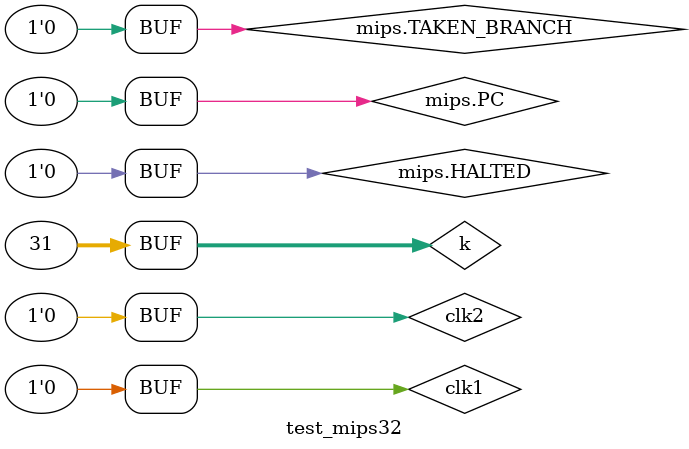
<source format=v>
module Pipe_Mips32 (clk1, clk2);
  input clk1, clk2; // Two-phase clock
  reg [31:0] PC, IF_ID_IR, IF_ID_NPC;
  reg [31:0] ID_EX_IR, ID_EX_NPC, ID_EX_A, ID_EX_B, ID_EX_Imm;
  reg [2:0] ID_EX_type, EX_MEM_type, MEM_WB_type;
  reg [31:0] EX_MEM_IR, EX_MEM_ALUOut, EX_MEM_B;
  reg EX_MEM_cond;
  reg [31:0] MEM_WB_IR, MEM_WB_ALUOut, MEM_WB_LMD;
  reg [31:0] Reg [0:31]; // Register bank (32 x 32)
  reg [31:0] Mem [0:1023]; // 1024 x 32 memory
  parameter ADD=6'b000000, SUB=6'b000001, AND=6'b000010, OR=6'b000011,
            SLT=6'b000100, MUL=6'b000101, HLT=6'b111111, LW=6'b001000,
            SW=6'b001001, ADDI=6'b001010, SUBI=6'b001011,SLTI=6'b001100,
            BNEQZ=6'b001101, BEQZ=6'b001110;
  parameter RR_ALU=3'b000, RM_ALU=3'b001, LOAD=3'b010, STORE=3'b011,
            BRANCH=3'b100, HALT=3'b101;
  reg HALTED;
  // Set after HLT instruction is completed (in WB stage)
  reg TAKEN_BRANCH;
  // Required to disable instructions after branch
 
 
  always @(posedge clk1) // IF Stage
    if (HALTED == 0)
    begin
      if (((EX_MEM_IR[31:26] == BEQZ) && (EX_MEM_cond == 1)) ||
          ((EX_MEM_IR[31:26] == BNEQZ) && (EX_MEM_cond == 0)))
      begin
        IF_ID_IR <= #2 Mem[EX_MEM_ALUOut];
        TAKEN_BRANCH <= #2 1'b1;
        IF_ID_NPC <= #2 EX_MEM_ALUOut + 1;
        PC <= #2 EX_MEM_ALUOut + 1;
      end
      else
      begin
        IF_ID_IR <= #2 Mem[PC];
        IF_ID_NPC <= #2 PC + 1;
        PC <= #2 PC + 1;
      end
    end
 
  always @(posedge clk2) // ID Stage
    if (HALTED == 0)
    begin
      if (IF_ID_IR[25:21] == 5'b00000)
        ID_EX_A <= 0;
      else
        ID_EX_A <= #2 Reg[IF_ID_IR[25:21]]; // "rs"
      if (IF_ID_IR[20:16] == 5'b00000)
        ID_EX_B <= 0;
      else
        ID_EX_B <= #2 Reg[IF_ID_IR[20:16]]; // "rt"
      ID_EX_NPC <= #2 IF_ID_NPC;
      ID_EX_IR <= #2 IF_ID_IR;
      ID_EX_Imm <= #2 {{16{IF_ID_IR[15]}}, {IF_ID_IR[15:0]}};
      case (IF_ID_IR[31:26])
        ADD,SUB,AND,OR,SLT,MUL:
          ID_EX_type <= #2 RR_ALU;
        ADDI,SUBI,SLTI:
          ID_EX_type <= #2 RM_ALU;
        LW:
          ID_EX_type <= #2 LOAD;
        SW:
          ID_EX_type <= #2 STORE;
        BNEQZ,BEQZ:
          ID_EX_type <= #2 BRANCH;
        HLT:
          ID_EX_type <= #2 HALT;
        default:
          ID_EX_type <= #2 HALT;
        // Invalid opcode
      endcase
    end
 
  always @(posedge clk1) // EX Stage
    if (HALTED == 0)
    begin
      EX_MEM_type <= #2 ID_EX_type;
      EX_MEM_IR <= #2 ID_EX_IR;
      TAKEN_BRANCH <= #2 0;
      case (ID_EX_type)
        RR_ALU:
        begin
          case (ID_EX_IR[31:26]) // "opcode"
            ADD:
              EX_MEM_ALUOut <= #2 ID_EX_A + ID_EX_B;
            SUB:
              EX_MEM_ALUOut <= #2 ID_EX_A - ID_EX_B;
            AND:
              EX_MEM_ALUOut <= #2 ID_EX_A & ID_EX_B;
            OR:
              EX_MEM_ALUOut <= #2 ID_EX_A | ID_EX_B;
            SLT:
              EX_MEM_ALUOut <= #2 ID_EX_A < ID_EX_B;
            MUL:
              EX_MEM_ALUOut <= #2 ID_EX_A * ID_EX_B;
            default:
              EX_MEM_ALUOut <= #2 32'hxxxxxxxx;
          endcase
        end
        RM_ALU:
        begin
          case (ID_EX_IR[31:26]) // "opcode"
            ADDI:
              EX_MEM_ALUOut <= #2 ID_EX_A + ID_EX_Imm;
            SUBI:
              EX_MEM_ALUOut <= #2 ID_EX_A - ID_EX_Imm;
            SLTI:
              EX_MEM_ALUOut <= #2 ID_EX_A < ID_EX_Imm;
            default:
              EX_MEM_ALUOut <= #2 32'hxxxxxxxx;
          endcase
        end
        LOAD, STORE:
        begin
          EX_MEM_ALUOut <= #2 ID_EX_A + ID_EX_Imm;
          EX_MEM_B <= #2 ID_EX_B;
        end
        BRANCH:
        begin
          EX_MEM_ALUOut <= #2 ID_EX_NPC + ID_EX_Imm;
          EX_MEM_cond <= #2 (ID_EX_A == 0);
        end
      endcase
    end
 
 
  always @(posedge clk2) // MEM Stage
    if (HALTED == 0)
    begin
      MEM_WB_type <= EX_MEM_type;
      MEM_WB_IR <= #2 EX_MEM_IR;
      case (EX_MEM_type)
        RR_ALU, RM_ALU:
          MEM_WB_ALUOut <= #2 EX_MEM_ALUOut;
        LOAD:
          MEM_WB_LMD <= #2 Mem[EX_MEM_ALUOut];
        STORE:
          if (TAKEN_BRANCH == 0) // Disable write
            Mem[EX_MEM_ALUOut] <= #2 EX_MEM_B;
      endcase
    end
 
 
  always @(posedge clk1) // WB Stage
  begin
    if (TAKEN_BRANCH == 0) // Disable write if branch taken
    case (MEM_WB_type)
      RR_ALU:
        Reg[MEM_WB_IR[15:11]] <= #2 MEM_WB_ALUOut; // "rd"
      RM_ALU:
        Reg[MEM_WB_IR[20:16]] <= #2 MEM_WB_ALUOut; // "rt"
      LOAD:
        Reg[MEM_WB_IR[20:16]] <= #2 MEM_WB_LMD; // "rt"
      HALT:
        HALTED <= #2 1'b1;
    endcase
  end
endmodule


//Test bench

module test_mips32;
  reg clk1, clk2;
  integer k;
  reg [31:0]out;
  Pipe_Mips32 mips (clk1, clk2);
  initial
  begin
    clk1 = 0;
    clk2 = 0;
    repeat (400) // Generating two-phase clock
    begin
      #5 clk1 = 1;
      #5 clk1 = 0;
      #5 clk2 = 1;
      #5 clk2 = 0;
    end
  end
  initial
  begin
  mips.Mem[198]=0;
    for (k=0; k<31; k=k+1)
      mips.Reg[k] = k;
    mips.Mem[0]=32'h280a00c8;
    mips.Mem[1]=32'h28020001;
    mips.Mem[2]=32'h0ce77800;
    mips.Mem[3]=32'h21430000;
    mips.Mem[4]=32'h0ce77800;
    mips.Mem[5]=32'h14431000;
    mips.Mem[6]=32'h2c630001;
    mips.Mem[7]=32'h0ce77800;
    mips.Mem[8]=32'h3460fffc;
    mips.Mem[9]=32'h2542fffe;
    mips.Mem[10]=32'h0ce77800;
    mips.Mem[11]=32'hfc000000;
    mips.Mem[200]=7;
   mips.HALTED =0;
mips.PC=0;
        mips.TAKEN_BRANCH = 0;
  end
  always @(*)
  begin
  $monitor("Pc=%d R2=%d mem[198]=%d ",mips.PC,mips.Reg[2],mips.Mem[198]); end
endmodule



</source>
